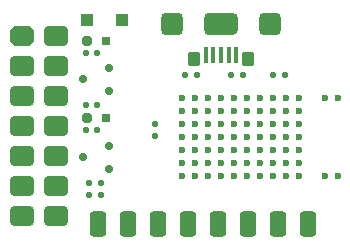
<source format=gbr>
%TF.GenerationSoftware,Altium Limited,Altium Designer,21.1.0 (24)*%
G04 Layer_Color=255*
%FSLAX45Y45*%
%MOMM*%
%TF.SameCoordinates,A42B3F18-A760-40AD-9EC3-E9591E309F50*%
%TF.FilePolarity,Positive*%
%TF.FileFunction,Pads,Top*%
%TF.Part,Single*%
G01*
G75*
%TA.AperFunction,SMDPad,CuDef*%
G04:AMPARAMS|DCode=10|XSize=1.4mm|YSize=2.2mm|CornerRadius=0.35mm|HoleSize=0mm|Usage=FLASHONLY|Rotation=0.000|XOffset=0mm|YOffset=0mm|HoleType=Round|Shape=RoundedRectangle|*
%AMROUNDEDRECTD10*
21,1,1.40000,1.50000,0,0,0.0*
21,1,0.70000,2.20000,0,0,0.0*
1,1,0.70000,0.35000,-0.75000*
1,1,0.70000,-0.35000,-0.75000*
1,1,0.70000,-0.35000,0.75000*
1,1,0.70000,0.35000,0.75000*
%
%ADD10ROUNDEDRECTD10*%
%ADD11R,1.10000X1.10000*%
G04:AMPARAMS|DCode=12|XSize=1.1mm|YSize=1.1mm|CornerRadius=0.275mm|HoleSize=0mm|Usage=FLASHONLY|Rotation=270.000|XOffset=0mm|YOffset=0mm|HoleType=Round|Shape=RoundedRectangle|*
%AMROUNDEDRECTD12*
21,1,1.10000,0.55000,0,0,270.0*
21,1,0.55000,1.10000,0,0,270.0*
1,1,0.55000,-0.27500,-0.27500*
1,1,0.55000,-0.27500,0.27500*
1,1,0.55000,0.27500,0.27500*
1,1,0.55000,0.27500,-0.27500*
%
%ADD12ROUNDEDRECTD12*%
G04:AMPARAMS|DCode=13|XSize=0.8mm|YSize=0.8mm|CornerRadius=0.2mm|HoleSize=0mm|Usage=FLASHONLY|Rotation=270.000|XOffset=0mm|YOffset=0mm|HoleType=Round|Shape=RoundedRectangle|*
%AMROUNDEDRECTD13*
21,1,0.80000,0.40000,0,0,270.0*
21,1,0.40000,0.80000,0,0,270.0*
1,1,0.40000,-0.20000,-0.20000*
1,1,0.40000,-0.20000,0.20000*
1,1,0.40000,0.20000,0.20000*
1,1,0.40000,0.20000,-0.20000*
%
%ADD13ROUNDEDRECTD13*%
%ADD14R,0.80000X0.80000*%
%TA.AperFunction,BGAPad,CuDef*%
%ADD15C,0.60000*%
%TA.AperFunction,SMDPad,CuDef*%
G04:AMPARAMS|DCode=16|XSize=0.6mm|YSize=0.7mm|CornerRadius=0.15mm|HoleSize=0mm|Usage=FLASHONLY|Rotation=270.000|XOffset=0mm|YOffset=0mm|HoleType=Round|Shape=RoundedRectangle|*
%AMROUNDEDRECTD16*
21,1,0.60000,0.40000,0,0,270.0*
21,1,0.30000,0.70000,0,0,270.0*
1,1,0.30000,-0.20000,-0.15000*
1,1,0.30000,-0.20000,0.15000*
1,1,0.30000,0.20000,0.15000*
1,1,0.30000,0.20000,-0.15000*
%
%ADD16ROUNDEDRECTD16*%
G04:AMPARAMS|DCode=17|XSize=0.5mm|YSize=0.5mm|CornerRadius=0.125mm|HoleSize=0mm|Usage=FLASHONLY|Rotation=270.000|XOffset=0mm|YOffset=0mm|HoleType=Round|Shape=RoundedRectangle|*
%AMROUNDEDRECTD17*
21,1,0.50000,0.25000,0,0,270.0*
21,1,0.25000,0.50000,0,0,270.0*
1,1,0.25000,-0.12500,-0.12500*
1,1,0.25000,-0.12500,0.12500*
1,1,0.25000,0.12500,0.12500*
1,1,0.25000,0.12500,-0.12500*
%
%ADD17ROUNDEDRECTD17*%
%ADD18R,0.38000X1.40000*%
G04:AMPARAMS|DCode=19|XSize=0.38mm|YSize=1.4mm|CornerRadius=0.095mm|HoleSize=0mm|Usage=FLASHONLY|Rotation=180.000|XOffset=0mm|YOffset=0mm|HoleType=Round|Shape=RoundedRectangle|*
%AMROUNDEDRECTD19*
21,1,0.38000,1.21000,0,0,180.0*
21,1,0.19000,1.40000,0,0,180.0*
1,1,0.19000,-0.09500,0.60500*
1,1,0.19000,0.09500,0.60500*
1,1,0.19000,0.09500,-0.60500*
1,1,0.19000,-0.09500,-0.60500*
%
%ADD19ROUNDEDRECTD19*%
G04:AMPARAMS|DCode=20|XSize=2.9mm|YSize=1.9mm|CornerRadius=0.475mm|HoleSize=0mm|Usage=FLASHONLY|Rotation=180.000|XOffset=0mm|YOffset=0mm|HoleType=Round|Shape=RoundedRectangle|*
%AMROUNDEDRECTD20*
21,1,2.90000,0.95000,0,0,180.0*
21,1,1.95000,1.90000,0,0,180.0*
1,1,0.95000,-0.97500,0.47500*
1,1,0.95000,0.97500,0.47500*
1,1,0.95000,0.97500,-0.47500*
1,1,0.95000,-0.97500,-0.47500*
%
%ADD20ROUNDEDRECTD20*%
G04:AMPARAMS|DCode=21|XSize=0.5mm|YSize=0.5mm|CornerRadius=0.125mm|HoleSize=0mm|Usage=FLASHONLY|Rotation=180.000|XOffset=0mm|YOffset=0mm|HoleType=Round|Shape=RoundedRectangle|*
%AMROUNDEDRECTD21*
21,1,0.50000,0.25000,0,0,180.0*
21,1,0.25000,0.50000,0,0,180.0*
1,1,0.25000,-0.12500,0.12500*
1,1,0.25000,0.12500,0.12500*
1,1,0.25000,0.12500,-0.12500*
1,1,0.25000,-0.12500,-0.12500*
%
%ADD21ROUNDEDRECTD21*%
%TA.AperFunction,ComponentPad*%
G04:AMPARAMS|DCode=25|XSize=1.7mm|YSize=2.1mm|CornerRadius=0mm|HoleSize=0mm|Usage=FLASHONLY|Rotation=270.000|XOffset=0mm|YOffset=0mm|HoleType=Round|Shape=Octagon|*
%AMOCTAGOND25*
4,1,8,1.05000,0.42500,1.05000,-0.42500,0.62500,-0.85000,-0.62500,-0.85000,-1.05000,-0.42500,-1.05000,0.42500,-0.62500,0.85000,0.62500,0.85000,1.05000,0.42500,0.0*
%
%ADD25OCTAGOND25*%

G04:AMPARAMS|DCode=26|XSize=1.7mm|YSize=2.1mm|CornerRadius=0.425mm|HoleSize=0mm|Usage=FLASHONLY|Rotation=270.000|XOffset=0mm|YOffset=0mm|HoleType=Round|Shape=RoundedRectangle|*
%AMROUNDEDRECTD26*
21,1,1.70000,1.25001,0,0,270.0*
21,1,0.85000,2.10000,0,0,270.0*
1,1,0.85000,-0.62500,-0.42500*
1,1,0.85000,-0.62500,0.42500*
1,1,0.85000,0.62500,0.42500*
1,1,0.85000,0.62500,-0.42500*
%
%ADD26ROUNDEDRECTD26*%
G04:AMPARAMS|DCode=27|XSize=1.1mm|YSize=1.2mm|CornerRadius=0.275mm|HoleSize=0mm|Usage=FLASHONLY|Rotation=180.000|XOffset=0mm|YOffset=0mm|HoleType=Round|Shape=RoundedRectangle|*
%AMROUNDEDRECTD27*
21,1,1.10000,0.65000,0,0,180.0*
21,1,0.55000,1.20000,0,0,180.0*
1,1,0.55000,-0.27500,0.32500*
1,1,0.55000,0.27500,0.32500*
1,1,0.55000,0.27500,-0.32500*
1,1,0.55000,-0.27500,-0.32500*
%
%ADD27ROUNDEDRECTD27*%
G04:AMPARAMS|DCode=28|XSize=1.9mm|YSize=1.9mm|CornerRadius=0.475mm|HoleSize=0mm|Usage=FLASHONLY|Rotation=180.000|XOffset=0mm|YOffset=0mm|HoleType=Round|Shape=RoundedRectangle|*
%AMROUNDEDRECTD28*
21,1,1.90000,0.95000,0,0,180.0*
21,1,0.95000,1.90000,0,0,180.0*
1,1,0.95000,-0.47500,0.47500*
1,1,0.95000,0.47500,0.47500*
1,1,0.95000,0.47500,-0.47500*
1,1,0.95000,-0.47500,-0.47500*
%
%ADD28ROUNDEDRECTD28*%
D10*
X1588000Y170000D02*
D03*
X2604000D02*
D03*
X1842000D02*
D03*
X2096000D02*
D03*
X826000D02*
D03*
X1080000D02*
D03*
X2350000D02*
D03*
X1334000D02*
D03*
D11*
X1030000Y1890000D02*
D03*
D12*
X730000D02*
D03*
D13*
X730000Y1720000D02*
D03*
Y1060000D02*
D03*
D14*
X890000Y1720000D02*
D03*
Y1060000D02*
D03*
D15*
X1540000Y570000D02*
D03*
X1650000D02*
D03*
X1760000D02*
D03*
X1870000D02*
D03*
X1980000D02*
D03*
X2090000D02*
D03*
X2200000D02*
D03*
X2310000D02*
D03*
X2420000D02*
D03*
X2530000D02*
D03*
X2750000D02*
D03*
X2860000D02*
D03*
X1540000Y680000D02*
D03*
X1650000D02*
D03*
X1760000D02*
D03*
X1870000D02*
D03*
X1980000D02*
D03*
X2090000D02*
D03*
X2200000D02*
D03*
X2310000D02*
D03*
X2420000D02*
D03*
X2530000D02*
D03*
X1540000Y790000D02*
D03*
X1650000D02*
D03*
X1760000D02*
D03*
X1870000D02*
D03*
X1980000D02*
D03*
X2090000D02*
D03*
X2200000D02*
D03*
X2310000D02*
D03*
X2420000D02*
D03*
X2530000D02*
D03*
X1540000Y900000D02*
D03*
X1650000D02*
D03*
X1760000D02*
D03*
X1870000D02*
D03*
X1980000D02*
D03*
X2090000D02*
D03*
X2200000D02*
D03*
X2310000D02*
D03*
X2420000D02*
D03*
X2530000D02*
D03*
X1540000Y1010000D02*
D03*
X1650000D02*
D03*
X1760000D02*
D03*
X1870000D02*
D03*
X1980000D02*
D03*
X2090000D02*
D03*
X2200000D02*
D03*
X2310000D02*
D03*
X2420000D02*
D03*
X2530000D02*
D03*
X1540000Y1120000D02*
D03*
X1650000D02*
D03*
X1760000D02*
D03*
X1870000D02*
D03*
X1980000D02*
D03*
X2090000D02*
D03*
X2200000D02*
D03*
X2310000D02*
D03*
X2420000D02*
D03*
X2530000D02*
D03*
X1540000Y1230000D02*
D03*
X1650000D02*
D03*
X1760000D02*
D03*
X1870000D02*
D03*
X1980000D02*
D03*
X2090000D02*
D03*
X2200000D02*
D03*
X2310000D02*
D03*
X2420000D02*
D03*
X2530000D02*
D03*
X2750000D02*
D03*
X2860000D02*
D03*
D16*
X700000Y1390000D02*
D03*
X920000Y1485000D02*
D03*
Y1295000D02*
D03*
X700000Y730000D02*
D03*
X920000Y825000D02*
D03*
Y635000D02*
D03*
D17*
X720000Y1170000D02*
D03*
X820000D02*
D03*
X820000Y1610000D02*
D03*
X720000D02*
D03*
X2410000Y1430000D02*
D03*
X2310000D02*
D03*
X1950000D02*
D03*
X2050000D02*
D03*
X850000Y510000D02*
D03*
X750000D02*
D03*
X820000Y960000D02*
D03*
X720000D02*
D03*
X1660000Y1430000D02*
D03*
X1560000D02*
D03*
X850000Y410000D02*
D03*
X750000D02*
D03*
D18*
X1737500Y1600000D02*
D03*
D19*
X1802500D02*
D03*
X1867500D02*
D03*
X1932500D02*
D03*
X1997500D02*
D03*
D20*
X1867500Y1860000D02*
D03*
D21*
X1310000Y1010000D02*
D03*
Y910000D02*
D03*
D25*
X180000Y1760000D02*
D03*
D26*
Y1506000D02*
D03*
Y1252000D02*
D03*
Y998000D02*
D03*
Y744000D02*
D03*
Y490000D02*
D03*
Y236000D02*
D03*
X474000Y1760000D02*
D03*
Y1506000D02*
D03*
Y1252000D02*
D03*
Y998000D02*
D03*
Y744000D02*
D03*
Y490000D02*
D03*
Y236000D02*
D03*
D27*
X1637500Y1560000D02*
D03*
X2097500D02*
D03*
D28*
X1450000Y1860000D02*
D03*
X2285000D02*
D03*
%TF.MD5,fd96aaccac28ff00177764e3a23ae27d*%
M02*

</source>
